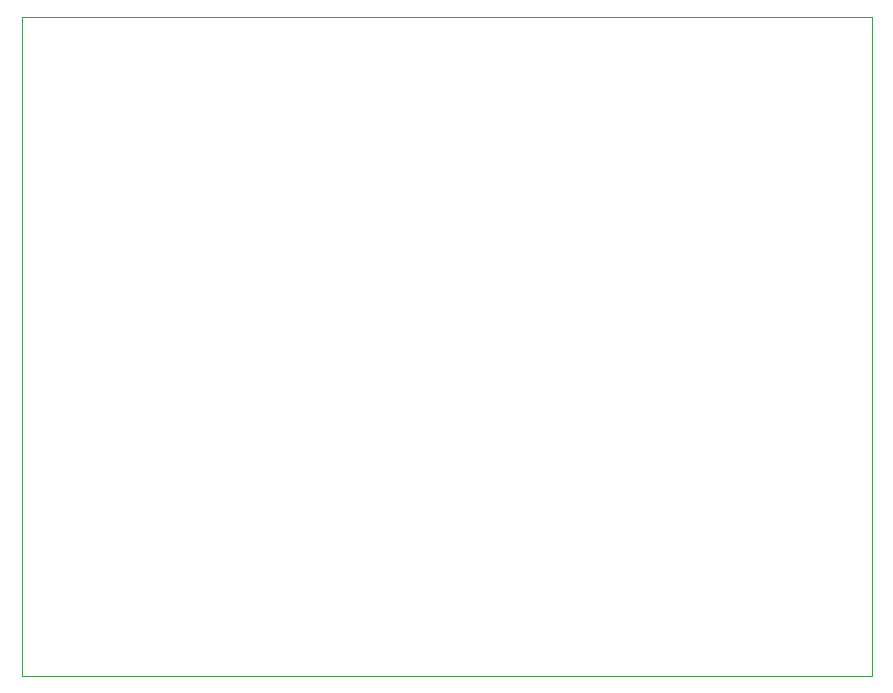
<source format=gbr>
%TF.GenerationSoftware,KiCad,Pcbnew,7.0.7-7.0.7~ubuntu22.04.1*%
%TF.CreationDate,2023-09-16T17:49:41-05:00*%
%TF.ProjectId,TOF_PANELIZED,544f465f-5041-44e4-954c-495a45442e6b,000*%
%TF.SameCoordinates,Original*%
%TF.FileFunction,Profile,NP*%
%FSLAX46Y46*%
G04 Gerber Fmt 4.6, Leading zero omitted, Abs format (unit mm)*
G04 Created by KiCad (PCBNEW 7.0.7-7.0.7~ubuntu22.04.1) date 2023-09-16 17:49:41*
%MOMM*%
%LPD*%
G01*
G04 APERTURE LIST*
%TA.AperFunction,Profile*%
%ADD10C,0.050000*%
%TD*%
G04 APERTURE END LIST*
D10*
X112740000Y-76610000D02*
X112740000Y-20785000D01*
X40740000Y-76610000D02*
X40740000Y-20785000D01*
X112740000Y-76610000D02*
X40740000Y-76610000D01*
X40740000Y-20785000D02*
X112740000Y-20785000D01*
M02*

</source>
